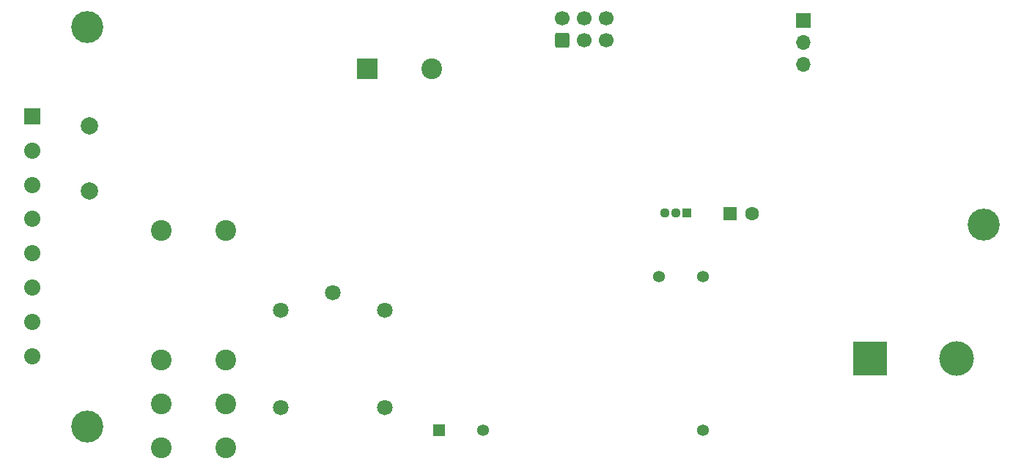
<source format=gbs>
%TF.GenerationSoftware,KiCad,Pcbnew,7.0.0-1.fc36*%
%TF.CreationDate,2023-03-17T18:55:38-05:00*%
%TF.ProjectId,2275Mod,32323735-4d6f-4642-9e6b-696361645f70,rev?*%
%TF.SameCoordinates,Original*%
%TF.FileFunction,Soldermask,Bot*%
%TF.FilePolarity,Negative*%
%FSLAX46Y46*%
G04 Gerber Fmt 4.6, Leading zero omitted, Abs format (unit mm)*
G04 Created by KiCad (PCBNEW 7.0.0-1.fc36) date 2023-03-17 18:55:38*
%MOMM*%
%LPD*%
G01*
G04 APERTURE LIST*
G04 Aperture macros list*
%AMRoundRect*
0 Rectangle with rounded corners*
0 $1 Rounding radius*
0 $2 $3 $4 $5 $6 $7 $8 $9 X,Y pos of 4 corners*
0 Add a 4 corners polygon primitive as box body*
4,1,4,$2,$3,$4,$5,$6,$7,$8,$9,$2,$3,0*
0 Add four circle primitives for the rounded corners*
1,1,$1+$1,$2,$3*
1,1,$1+$1,$4,$5*
1,1,$1+$1,$6,$7*
1,1,$1+$1,$8,$9*
0 Add four rect primitives between the rounded corners*
20,1,$1+$1,$2,$3,$4,$5,0*
20,1,$1+$1,$4,$5,$6,$7,0*
20,1,$1+$1,$6,$7,$8,$9,0*
20,1,$1+$1,$8,$9,$2,$3,0*%
G04 Aperture macros list end*
%ADD10R,2.400000X2.400000*%
%ADD11C,2.400000*%
%ADD12R,1.600000X1.600000*%
%ADD13C,1.600000*%
%ADD14R,1.700000X1.700000*%
%ADD15O,1.700000X1.700000*%
%ADD16R,1.358000X1.358000*%
%ADD17C,1.358000*%
%ADD18C,3.700000*%
%ADD19R,4.000000X4.000000*%
%ADD20C,4.000000*%
%ADD21R,1.120000X1.120000*%
%ADD22C,1.120000*%
%ADD23RoundRect,0.250000X0.600000X-0.600000X0.600000X0.600000X-0.600000X0.600000X-0.600000X-0.600000X0*%
%ADD24C,1.700000*%
%ADD25C,1.808000*%
%ADD26C,2.000000*%
%ADD27R,1.874000X1.874000*%
%ADD28C,1.874000*%
G04 APERTURE END LIST*
D10*
%TO.C,C2*%
X145839245Y-81279999D03*
D11*
X153339246Y-81280000D03*
%TD*%
D12*
%TO.C,C3*%
X187770887Y-98043999D03*
D13*
X190270888Y-98044000D03*
%TD*%
D14*
%TO.C,J201*%
X196214999Y-75691999D03*
D15*
X196214999Y-78231999D03*
X196214999Y-80771999D03*
%TD*%
D16*
%TO.C,PS1*%
X154167499Y-123104499D03*
D17*
X159247500Y-123104500D03*
X184647500Y-123104500D03*
X184647500Y-105324500D03*
X179567500Y-105324500D03*
%TD*%
D11*
%TO.C,K1*%
X122047000Y-99917000D03*
X129540000Y-99917000D03*
X129540000Y-114903000D03*
X129540000Y-119983000D03*
X129540000Y-125063000D03*
X122047000Y-114903000D03*
X122047000Y-119983000D03*
X122047000Y-125063000D03*
%TD*%
D18*
%TO.C,H3*%
X113538000Y-76454000D03*
%TD*%
%TO.C,H1*%
X113538000Y-122682000D03*
%TD*%
D19*
%TO.C,C201*%
X203928629Y-114807999D03*
D20*
X213928630Y-114808000D03*
%TD*%
D18*
%TO.C,H2*%
X217043000Y-99314000D03*
%TD*%
D21*
%TO.C,U1*%
X182796249Y-97885499D03*
D22*
X181526250Y-97885500D03*
X180256250Y-97885500D03*
%TD*%
D23*
%TO.C,J200*%
X168402000Y-77978000D03*
D24*
X168402000Y-75438000D03*
X170942000Y-77978000D03*
X170942000Y-75438000D03*
X173482000Y-77978000D03*
X173482000Y-75438000D03*
%TD*%
D25*
%TO.C,K2*%
X141876500Y-107177602D03*
X135876501Y-109177604D03*
X135876501Y-120477599D03*
X147876499Y-120477599D03*
X147876499Y-109177604D03*
%TD*%
D26*
%TO.C,C1*%
X113792000Y-87884000D03*
X113792000Y-95384000D03*
%TD*%
D27*
%TO.C,J1*%
X107185999Y-86757499D03*
D28*
X107186000Y-90717500D03*
X107186000Y-94677500D03*
X107186000Y-98637500D03*
X107186000Y-102597500D03*
X107186000Y-106557500D03*
X107186000Y-110517500D03*
X107186000Y-114477500D03*
%TD*%
M02*

</source>
